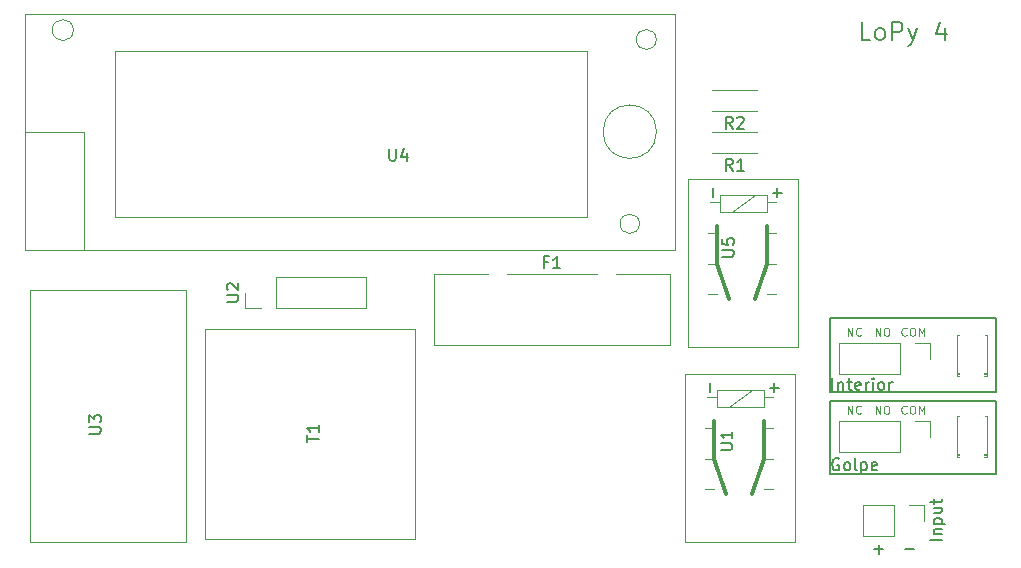
<source format=gbr>
G04 #@! TF.GenerationSoftware,KiCad,Pcbnew,(5.1.4)-1*
G04 #@! TF.CreationDate,2020-04-21T16:32:33+02:00*
G04 #@! TF.ProjectId,Placa_lopy4,506c6163-615f-46c6-9f70-79342e6b6963,rev?*
G04 #@! TF.SameCoordinates,Original*
G04 #@! TF.FileFunction,Legend,Top*
G04 #@! TF.FilePolarity,Positive*
%FSLAX46Y46*%
G04 Gerber Fmt 4.6, Leading zero omitted, Abs format (unit mm)*
G04 Created by KiCad (PCBNEW (5.1.4)-1) date 2020-04-21 16:32:33*
%MOMM*%
%LPD*%
G04 APERTURE LIST*
%ADD10C,0.200000*%
%ADD11C,0.100000*%
%ADD12C,0.150000*%
%ADD13C,0.120000*%
%ADD14C,0.360000*%
G04 APERTURE END LIST*
D10*
X172778571Y-105878571D02*
X172064285Y-105878571D01*
X172064285Y-104378571D01*
X173492857Y-105878571D02*
X173350000Y-105807142D01*
X173278571Y-105735714D01*
X173207142Y-105592857D01*
X173207142Y-105164285D01*
X173278571Y-105021428D01*
X173350000Y-104950000D01*
X173492857Y-104878571D01*
X173707142Y-104878571D01*
X173850000Y-104950000D01*
X173921428Y-105021428D01*
X173992857Y-105164285D01*
X173992857Y-105592857D01*
X173921428Y-105735714D01*
X173850000Y-105807142D01*
X173707142Y-105878571D01*
X173492857Y-105878571D01*
X174635714Y-105878571D02*
X174635714Y-104378571D01*
X175207142Y-104378571D01*
X175350000Y-104450000D01*
X175421428Y-104521428D01*
X175492857Y-104664285D01*
X175492857Y-104878571D01*
X175421428Y-105021428D01*
X175350000Y-105092857D01*
X175207142Y-105164285D01*
X174635714Y-105164285D01*
X175992857Y-104878571D02*
X176350000Y-105878571D01*
X176707142Y-104878571D02*
X176350000Y-105878571D01*
X176207142Y-106235714D01*
X176135714Y-106307142D01*
X175992857Y-106378571D01*
X179064285Y-104878571D02*
X179064285Y-105878571D01*
X178707142Y-104307142D02*
X178350000Y-105378571D01*
X179278571Y-105378571D01*
D11*
X175850000Y-130850000D02*
X175816666Y-130883333D01*
X175716666Y-130916666D01*
X175650000Y-130916666D01*
X175550000Y-130883333D01*
X175483333Y-130816666D01*
X175450000Y-130750000D01*
X175416666Y-130616666D01*
X175416666Y-130516666D01*
X175450000Y-130383333D01*
X175483333Y-130316666D01*
X175550000Y-130250000D01*
X175650000Y-130216666D01*
X175716666Y-130216666D01*
X175816666Y-130250000D01*
X175850000Y-130283333D01*
X176283333Y-130216666D02*
X176416666Y-130216666D01*
X176483333Y-130250000D01*
X176550000Y-130316666D01*
X176583333Y-130450000D01*
X176583333Y-130683333D01*
X176550000Y-130816666D01*
X176483333Y-130883333D01*
X176416666Y-130916666D01*
X176283333Y-130916666D01*
X176216666Y-130883333D01*
X176150000Y-130816666D01*
X176116666Y-130683333D01*
X176116666Y-130450000D01*
X176150000Y-130316666D01*
X176216666Y-130250000D01*
X176283333Y-130216666D01*
X176883333Y-130916666D02*
X176883333Y-130216666D01*
X177116666Y-130716666D01*
X177350000Y-130216666D01*
X177350000Y-130916666D01*
X173233333Y-130916666D02*
X173233333Y-130216666D01*
X173633333Y-130916666D01*
X173633333Y-130216666D01*
X174100000Y-130216666D02*
X174233333Y-130216666D01*
X174300000Y-130250000D01*
X174366666Y-130316666D01*
X174400000Y-130450000D01*
X174400000Y-130683333D01*
X174366666Y-130816666D01*
X174300000Y-130883333D01*
X174233333Y-130916666D01*
X174100000Y-130916666D01*
X174033333Y-130883333D01*
X173966666Y-130816666D01*
X173933333Y-130683333D01*
X173933333Y-130450000D01*
X173966666Y-130316666D01*
X174033333Y-130250000D01*
X174100000Y-130216666D01*
X170850000Y-130916666D02*
X170850000Y-130216666D01*
X171250000Y-130916666D01*
X171250000Y-130216666D01*
X171983333Y-130850000D02*
X171950000Y-130883333D01*
X171850000Y-130916666D01*
X171783333Y-130916666D01*
X171683333Y-130883333D01*
X171616666Y-130816666D01*
X171583333Y-130750000D01*
X171550000Y-130616666D01*
X171550000Y-130516666D01*
X171583333Y-130383333D01*
X171616666Y-130316666D01*
X171683333Y-130250000D01*
X171783333Y-130216666D01*
X171850000Y-130216666D01*
X171950000Y-130250000D01*
X171983333Y-130283333D01*
X170850000Y-137516666D02*
X170850000Y-136816666D01*
X171250000Y-137516666D01*
X171250000Y-136816666D01*
X171983333Y-137450000D02*
X171950000Y-137483333D01*
X171850000Y-137516666D01*
X171783333Y-137516666D01*
X171683333Y-137483333D01*
X171616666Y-137416666D01*
X171583333Y-137350000D01*
X171550000Y-137216666D01*
X171550000Y-137116666D01*
X171583333Y-136983333D01*
X171616666Y-136916666D01*
X171683333Y-136850000D01*
X171783333Y-136816666D01*
X171850000Y-136816666D01*
X171950000Y-136850000D01*
X171983333Y-136883333D01*
X173233333Y-137516666D02*
X173233333Y-136816666D01*
X173633333Y-137516666D01*
X173633333Y-136816666D01*
X174100000Y-136816666D02*
X174233333Y-136816666D01*
X174300000Y-136850000D01*
X174366666Y-136916666D01*
X174400000Y-137050000D01*
X174400000Y-137283333D01*
X174366666Y-137416666D01*
X174300000Y-137483333D01*
X174233333Y-137516666D01*
X174100000Y-137516666D01*
X174033333Y-137483333D01*
X173966666Y-137416666D01*
X173933333Y-137283333D01*
X173933333Y-137050000D01*
X173966666Y-136916666D01*
X174033333Y-136850000D01*
X174100000Y-136816666D01*
X175850000Y-137450000D02*
X175816666Y-137483333D01*
X175716666Y-137516666D01*
X175650000Y-137516666D01*
X175550000Y-137483333D01*
X175483333Y-137416666D01*
X175450000Y-137350000D01*
X175416666Y-137216666D01*
X175416666Y-137116666D01*
X175450000Y-136983333D01*
X175483333Y-136916666D01*
X175550000Y-136850000D01*
X175650000Y-136816666D01*
X175716666Y-136816666D01*
X175816666Y-136850000D01*
X175850000Y-136883333D01*
X176283333Y-136816666D02*
X176416666Y-136816666D01*
X176483333Y-136850000D01*
X176550000Y-136916666D01*
X176583333Y-137050000D01*
X176583333Y-137283333D01*
X176550000Y-137416666D01*
X176483333Y-137483333D01*
X176416666Y-137516666D01*
X176283333Y-137516666D01*
X176216666Y-137483333D01*
X176150000Y-137416666D01*
X176116666Y-137283333D01*
X176116666Y-137050000D01*
X176150000Y-136916666D01*
X176216666Y-136850000D01*
X176283333Y-136816666D01*
X176883333Y-137516666D02*
X176883333Y-136816666D01*
X177116666Y-137316666D01*
X177350000Y-136816666D01*
X177350000Y-137516666D01*
D12*
X169573809Y-135502380D02*
X169573809Y-134502380D01*
X170050000Y-134835714D02*
X170050000Y-135502380D01*
X170050000Y-134930952D02*
X170097619Y-134883333D01*
X170192857Y-134835714D01*
X170335714Y-134835714D01*
X170430952Y-134883333D01*
X170478571Y-134978571D01*
X170478571Y-135502380D01*
X170811904Y-134835714D02*
X171192857Y-134835714D01*
X170954761Y-134502380D02*
X170954761Y-135359523D01*
X171002380Y-135454761D01*
X171097619Y-135502380D01*
X171192857Y-135502380D01*
X171907142Y-135454761D02*
X171811904Y-135502380D01*
X171621428Y-135502380D01*
X171526190Y-135454761D01*
X171478571Y-135359523D01*
X171478571Y-134978571D01*
X171526190Y-134883333D01*
X171621428Y-134835714D01*
X171811904Y-134835714D01*
X171907142Y-134883333D01*
X171954761Y-134978571D01*
X171954761Y-135073809D01*
X171478571Y-135169047D01*
X172383333Y-135502380D02*
X172383333Y-134835714D01*
X172383333Y-135026190D02*
X172430952Y-134930952D01*
X172478571Y-134883333D01*
X172573809Y-134835714D01*
X172669047Y-134835714D01*
X173002380Y-135502380D02*
X173002380Y-134835714D01*
X173002380Y-134502380D02*
X172954761Y-134550000D01*
X173002380Y-134597619D01*
X173050000Y-134550000D01*
X173002380Y-134502380D01*
X173002380Y-134597619D01*
X173621428Y-135502380D02*
X173526190Y-135454761D01*
X173478571Y-135407142D01*
X173430952Y-135311904D01*
X173430952Y-135026190D01*
X173478571Y-134930952D01*
X173526190Y-134883333D01*
X173621428Y-134835714D01*
X173764285Y-134835714D01*
X173859523Y-134883333D01*
X173907142Y-134930952D01*
X173954761Y-135026190D01*
X173954761Y-135311904D01*
X173907142Y-135407142D01*
X173859523Y-135454761D01*
X173764285Y-135502380D01*
X173621428Y-135502380D01*
X174383333Y-135502380D02*
X174383333Y-134835714D01*
X174383333Y-135026190D02*
X174430952Y-134930952D01*
X174478571Y-134883333D01*
X174573809Y-134835714D01*
X174669047Y-134835714D01*
X169350000Y-135700000D02*
X183450000Y-135700000D01*
X183450000Y-129400000D02*
X169350000Y-129400000D01*
X169350000Y-129400000D02*
X169350000Y-135700000D01*
X183450000Y-135700000D02*
X183450000Y-129400000D01*
X170116666Y-141350000D02*
X170021428Y-141302380D01*
X169878571Y-141302380D01*
X169735714Y-141350000D01*
X169640476Y-141445238D01*
X169592857Y-141540476D01*
X169545238Y-141730952D01*
X169545238Y-141873809D01*
X169592857Y-142064285D01*
X169640476Y-142159523D01*
X169735714Y-142254761D01*
X169878571Y-142302380D01*
X169973809Y-142302380D01*
X170116666Y-142254761D01*
X170164285Y-142207142D01*
X170164285Y-141873809D01*
X169973809Y-141873809D01*
X170735714Y-142302380D02*
X170640476Y-142254761D01*
X170592857Y-142207142D01*
X170545238Y-142111904D01*
X170545238Y-141826190D01*
X170592857Y-141730952D01*
X170640476Y-141683333D01*
X170735714Y-141635714D01*
X170878571Y-141635714D01*
X170973809Y-141683333D01*
X171021428Y-141730952D01*
X171069047Y-141826190D01*
X171069047Y-142111904D01*
X171021428Y-142207142D01*
X170973809Y-142254761D01*
X170878571Y-142302380D01*
X170735714Y-142302380D01*
X171640476Y-142302380D02*
X171545238Y-142254761D01*
X171497619Y-142159523D01*
X171497619Y-141302380D01*
X172021428Y-141635714D02*
X172021428Y-142635714D01*
X172021428Y-141683333D02*
X172116666Y-141635714D01*
X172307142Y-141635714D01*
X172402380Y-141683333D01*
X172450000Y-141730952D01*
X172497619Y-141826190D01*
X172497619Y-142111904D01*
X172450000Y-142207142D01*
X172402380Y-142254761D01*
X172307142Y-142302380D01*
X172116666Y-142302380D01*
X172021428Y-142254761D01*
X173307142Y-142254761D02*
X173211904Y-142302380D01*
X173021428Y-142302380D01*
X172926190Y-142254761D01*
X172878571Y-142159523D01*
X172878571Y-141778571D01*
X172926190Y-141683333D01*
X173021428Y-141635714D01*
X173211904Y-141635714D01*
X173307142Y-141683333D01*
X173354761Y-141778571D01*
X173354761Y-141873809D01*
X172878571Y-141969047D01*
X169350000Y-142600000D02*
X183450000Y-142600000D01*
X169350000Y-136400000D02*
X169350000Y-142600000D01*
X183450000Y-136400000D02*
X169350000Y-136400000D01*
X183450000Y-142600000D02*
X183450000Y-136400000D01*
X175719047Y-148971428D02*
X176480952Y-148971428D01*
X173119047Y-148971428D02*
X173880952Y-148971428D01*
X173500000Y-149352380D02*
X173500000Y-148590476D01*
D13*
X119828000Y-128584000D02*
X119828000Y-127254000D01*
X121158000Y-128584000D02*
X119828000Y-128584000D01*
X122428000Y-128584000D02*
X122428000Y-125924000D01*
X122428000Y-125924000D02*
X130108000Y-125924000D01*
X122428000Y-128584000D02*
X130108000Y-128584000D01*
X130108000Y-128584000D02*
X130108000Y-125924000D01*
D14*
X159824000Y-124802000D02*
X160824000Y-127802000D01*
X159824000Y-121602000D02*
X159824000Y-124802000D01*
D13*
X159824000Y-122202000D02*
X159024000Y-122202000D01*
X159824000Y-124802000D02*
X159024000Y-124802000D01*
X159824000Y-127402000D02*
X159024000Y-127402000D01*
X164024000Y-127402000D02*
X164824000Y-127402000D01*
X164024000Y-124802000D02*
X164824000Y-124802000D01*
X164024000Y-122202000D02*
X164824000Y-122202000D01*
D14*
X164024000Y-124802000D02*
X163024000Y-127802000D01*
X164024000Y-121602000D02*
X164024000Y-124802000D01*
D13*
X160024000Y-119602000D02*
X159224000Y-119602000D01*
X164024000Y-119602000D02*
X164824000Y-119602000D01*
X163024000Y-119002000D02*
X161024000Y-120402000D01*
X164024000Y-119002000D02*
X164024000Y-119202000D01*
X160024000Y-119002000D02*
X164024000Y-119002000D01*
X160024000Y-120402000D02*
X160024000Y-119002000D01*
X164024000Y-120402000D02*
X160024000Y-120402000D01*
X164024000Y-119202000D02*
X164024000Y-120402000D01*
X157324000Y-117602000D02*
X166624000Y-117602000D01*
X157324000Y-131902000D02*
X157324000Y-117602000D01*
X166624000Y-131902000D02*
X157324000Y-131902000D01*
X166624000Y-117602000D02*
X166624000Y-131902000D01*
X108810000Y-106832000D02*
X148810000Y-106832000D01*
X108810000Y-120832000D02*
X108810000Y-106832000D01*
X148810000Y-120832000D02*
X108810000Y-120832000D01*
X148810000Y-106832000D02*
X148810000Y-120832000D01*
X105304427Y-105032000D02*
G75*
G03X105304427Y-105032000I-894427J0D01*
G01*
X154658528Y-105832000D02*
G75*
G03X154658528Y-105832000I-848528J0D01*
G01*
X153234621Y-121432000D02*
G75*
G03X153234621Y-121432000I-824621J0D01*
G01*
X154672742Y-113632000D02*
G75*
G03X154672742Y-113632000I-2262742J0D01*
G01*
X106210000Y-113632000D02*
X101210000Y-113632000D01*
X106210000Y-123632000D02*
X106210000Y-113632000D01*
X156210000Y-103632000D02*
X101210000Y-103632000D01*
X101210000Y-103632000D02*
X101210000Y-123632000D01*
X156210000Y-123632000D02*
X101210000Y-123632000D01*
X156210000Y-103632000D02*
X156210000Y-123632000D01*
X101608000Y-127000000D02*
X114808000Y-127000000D01*
X101608000Y-148400000D02*
X101608000Y-127000000D01*
X114808000Y-148400000D02*
X101608000Y-148400000D01*
X114808000Y-127000000D02*
X114808000Y-148400000D01*
D14*
X159570000Y-141312000D02*
X160570000Y-144312000D01*
X159570000Y-138112000D02*
X159570000Y-141312000D01*
D13*
X159570000Y-138712000D02*
X158770000Y-138712000D01*
X159570000Y-141312000D02*
X158770000Y-141312000D01*
X159570000Y-143912000D02*
X158770000Y-143912000D01*
X163770000Y-143912000D02*
X164570000Y-143912000D01*
X163770000Y-141312000D02*
X164570000Y-141312000D01*
X163770000Y-138712000D02*
X164570000Y-138712000D01*
D14*
X163770000Y-141312000D02*
X162770000Y-144312000D01*
X163770000Y-138112000D02*
X163770000Y-141312000D01*
D13*
X159770000Y-136112000D02*
X158970000Y-136112000D01*
X163770000Y-136112000D02*
X164570000Y-136112000D01*
X162770000Y-135512000D02*
X160770000Y-136912000D01*
X163770000Y-135512000D02*
X163770000Y-135712000D01*
X159770000Y-135512000D02*
X163770000Y-135512000D01*
X159770000Y-136912000D02*
X159770000Y-135512000D01*
X163770000Y-136912000D02*
X159770000Y-136912000D01*
X163770000Y-135712000D02*
X163770000Y-136912000D01*
X157070000Y-134112000D02*
X166370000Y-134112000D01*
X157070000Y-148412000D02*
X157070000Y-134112000D01*
X166370000Y-148412000D02*
X157070000Y-148412000D01*
X166370000Y-134112000D02*
X166370000Y-148412000D01*
X116432000Y-148138000D02*
X134232000Y-148138000D01*
X116432000Y-130338000D02*
X116432000Y-148138000D01*
X134232000Y-130338000D02*
X116432000Y-130338000D01*
X134232000Y-130338000D02*
X134232000Y-148138000D01*
X163210000Y-110078000D02*
X159370000Y-110078000D01*
X163210000Y-111918000D02*
X159370000Y-111918000D01*
X163210000Y-113634000D02*
X159370000Y-113634000D01*
X163210000Y-115474000D02*
X159370000Y-115474000D01*
X177860000Y-131512000D02*
X177860000Y-132842000D01*
X176530000Y-131512000D02*
X177860000Y-131512000D01*
X175260000Y-131512000D02*
X175260000Y-134172000D01*
X175260000Y-134172000D02*
X170120000Y-134172000D01*
X175260000Y-131512000D02*
X170120000Y-131512000D01*
X170120000Y-131512000D02*
X170120000Y-134172000D01*
X177860000Y-138116000D02*
X177860000Y-139446000D01*
X176530000Y-138116000D02*
X177860000Y-138116000D01*
X175260000Y-138116000D02*
X175260000Y-140776000D01*
X175260000Y-140776000D02*
X170120000Y-140776000D01*
X175260000Y-138116000D02*
X170120000Y-138116000D01*
X170120000Y-138116000D02*
X170120000Y-140776000D01*
X177352000Y-145228000D02*
X177352000Y-146558000D01*
X176022000Y-145228000D02*
X177352000Y-145228000D01*
X174752000Y-145228000D02*
X174752000Y-147888000D01*
X174752000Y-147888000D02*
X172152000Y-147888000D01*
X174752000Y-145228000D02*
X172152000Y-145228000D01*
X172152000Y-145228000D02*
X172152000Y-147888000D01*
X151244000Y-125708000D02*
X155824000Y-125708000D01*
X142034000Y-125708000D02*
X149604000Y-125708000D01*
X135824000Y-131708000D02*
X135824000Y-125708000D01*
X155824000Y-131708000D02*
X135824000Y-131708000D01*
X155824000Y-125708000D02*
X155824000Y-131708000D01*
X135824000Y-125708000D02*
X140414000Y-125708000D01*
X182436000Y-134058000D02*
X182616000Y-134058000D01*
X180096000Y-134058000D02*
X180276000Y-134058000D01*
X182436000Y-134178000D02*
X182616000Y-134178000D01*
X180096000Y-134178000D02*
X180276000Y-134178000D01*
X182451000Y-130878000D02*
X182616000Y-130878000D01*
X180096000Y-130878000D02*
X180261000Y-130878000D01*
X182436000Y-134298000D02*
X182616000Y-134298000D01*
X180096000Y-134298000D02*
X180276000Y-134298000D01*
X182616000Y-134298000D02*
X182616000Y-130878000D01*
X180096000Y-134298000D02*
X180096000Y-130878000D01*
X182436000Y-140916000D02*
X182616000Y-140916000D01*
X180096000Y-140916000D02*
X180276000Y-140916000D01*
X182436000Y-141036000D02*
X182616000Y-141036000D01*
X180096000Y-141036000D02*
X180276000Y-141036000D01*
X182451000Y-137736000D02*
X182616000Y-137736000D01*
X180096000Y-137736000D02*
X180261000Y-137736000D01*
X182436000Y-141156000D02*
X182616000Y-141156000D01*
X180096000Y-141156000D02*
X180276000Y-141156000D01*
X182616000Y-141156000D02*
X182616000Y-137736000D01*
X180096000Y-141156000D02*
X180096000Y-137736000D01*
D12*
X118280380Y-128015904D02*
X119089904Y-128015904D01*
X119185142Y-127968285D01*
X119232761Y-127920666D01*
X119280380Y-127825428D01*
X119280380Y-127634952D01*
X119232761Y-127539714D01*
X119185142Y-127492095D01*
X119089904Y-127444476D01*
X118280380Y-127444476D01*
X118375619Y-127015904D02*
X118328000Y-126968285D01*
X118280380Y-126873047D01*
X118280380Y-126634952D01*
X118328000Y-126539714D01*
X118375619Y-126492095D01*
X118470857Y-126444476D01*
X118566095Y-126444476D01*
X118708952Y-126492095D01*
X119280380Y-127063523D01*
X119280380Y-126444476D01*
X160234380Y-124205904D02*
X161043904Y-124205904D01*
X161139142Y-124158285D01*
X161186761Y-124110666D01*
X161234380Y-124015428D01*
X161234380Y-123824952D01*
X161186761Y-123729714D01*
X161139142Y-123682095D01*
X161043904Y-123634476D01*
X160234380Y-123634476D01*
X160234380Y-122682095D02*
X160234380Y-123158285D01*
X160710571Y-123205904D01*
X160662952Y-123158285D01*
X160615333Y-123063047D01*
X160615333Y-122824952D01*
X160662952Y-122729714D01*
X160710571Y-122682095D01*
X160805809Y-122634476D01*
X161043904Y-122634476D01*
X161139142Y-122682095D01*
X161186761Y-122729714D01*
X161234380Y-122824952D01*
X161234380Y-123063047D01*
X161186761Y-123158285D01*
X161139142Y-123205904D01*
X159495428Y-119182952D02*
X159495428Y-118421047D01*
X164895428Y-119182952D02*
X164895428Y-118421047D01*
X165276380Y-118802000D02*
X164514476Y-118802000D01*
X132048095Y-115084380D02*
X132048095Y-115893904D01*
X132095714Y-115989142D01*
X132143333Y-116036761D01*
X132238571Y-116084380D01*
X132429047Y-116084380D01*
X132524285Y-116036761D01*
X132571904Y-115989142D01*
X132619523Y-115893904D01*
X132619523Y-115084380D01*
X133524285Y-115417714D02*
X133524285Y-116084380D01*
X133286190Y-115036761D02*
X133048095Y-115751047D01*
X133667142Y-115751047D01*
X106640380Y-139191904D02*
X107449904Y-139191904D01*
X107545142Y-139144285D01*
X107592761Y-139096666D01*
X107640380Y-139001428D01*
X107640380Y-138810952D01*
X107592761Y-138715714D01*
X107545142Y-138668095D01*
X107449904Y-138620476D01*
X106640380Y-138620476D01*
X106640380Y-138239523D02*
X106640380Y-137620476D01*
X107021333Y-137953809D01*
X107021333Y-137810952D01*
X107068952Y-137715714D01*
X107116571Y-137668095D01*
X107211809Y-137620476D01*
X107449904Y-137620476D01*
X107545142Y-137668095D01*
X107592761Y-137715714D01*
X107640380Y-137810952D01*
X107640380Y-138096666D01*
X107592761Y-138191904D01*
X107545142Y-138239523D01*
X160107380Y-140588904D02*
X160916904Y-140588904D01*
X161012142Y-140541285D01*
X161059761Y-140493666D01*
X161107380Y-140398428D01*
X161107380Y-140207952D01*
X161059761Y-140112714D01*
X161012142Y-140065095D01*
X160916904Y-140017476D01*
X160107380Y-140017476D01*
X161107380Y-139017476D02*
X161107380Y-139588904D01*
X161107380Y-139303190D02*
X160107380Y-139303190D01*
X160250238Y-139398428D01*
X160345476Y-139493666D01*
X160393095Y-139588904D01*
X159241428Y-135692952D02*
X159241428Y-134931047D01*
X164641428Y-135692952D02*
X164641428Y-134931047D01*
X165022380Y-135312000D02*
X164260476Y-135312000D01*
X125084380Y-139899904D02*
X125084380Y-139328476D01*
X126084380Y-139614190D02*
X125084380Y-139614190D01*
X126084380Y-138471333D02*
X126084380Y-139042761D01*
X126084380Y-138757047D02*
X125084380Y-138757047D01*
X125227238Y-138852285D01*
X125322476Y-138947523D01*
X125370095Y-139042761D01*
X161123333Y-113370380D02*
X160790000Y-112894190D01*
X160551904Y-113370380D02*
X160551904Y-112370380D01*
X160932857Y-112370380D01*
X161028095Y-112418000D01*
X161075714Y-112465619D01*
X161123333Y-112560857D01*
X161123333Y-112703714D01*
X161075714Y-112798952D01*
X161028095Y-112846571D01*
X160932857Y-112894190D01*
X160551904Y-112894190D01*
X161504285Y-112465619D02*
X161551904Y-112418000D01*
X161647142Y-112370380D01*
X161885238Y-112370380D01*
X161980476Y-112418000D01*
X162028095Y-112465619D01*
X162075714Y-112560857D01*
X162075714Y-112656095D01*
X162028095Y-112798952D01*
X161456666Y-113370380D01*
X162075714Y-113370380D01*
X161123333Y-116926380D02*
X160790000Y-116450190D01*
X160551904Y-116926380D02*
X160551904Y-115926380D01*
X160932857Y-115926380D01*
X161028095Y-115974000D01*
X161075714Y-116021619D01*
X161123333Y-116116857D01*
X161123333Y-116259714D01*
X161075714Y-116354952D01*
X161028095Y-116402571D01*
X160932857Y-116450190D01*
X160551904Y-116450190D01*
X162075714Y-116926380D02*
X161504285Y-116926380D01*
X161790000Y-116926380D02*
X161790000Y-115926380D01*
X161694761Y-116069238D01*
X161599523Y-116164476D01*
X161504285Y-116212095D01*
X178804380Y-148200857D02*
X177804380Y-148200857D01*
X178137714Y-147724666D02*
X178804380Y-147724666D01*
X178232952Y-147724666D02*
X178185333Y-147677047D01*
X178137714Y-147581809D01*
X178137714Y-147438952D01*
X178185333Y-147343714D01*
X178280571Y-147296095D01*
X178804380Y-147296095D01*
X178137714Y-146819904D02*
X179137714Y-146819904D01*
X178185333Y-146819904D02*
X178137714Y-146724666D01*
X178137714Y-146534190D01*
X178185333Y-146438952D01*
X178232952Y-146391333D01*
X178328190Y-146343714D01*
X178613904Y-146343714D01*
X178709142Y-146391333D01*
X178756761Y-146438952D01*
X178804380Y-146534190D01*
X178804380Y-146724666D01*
X178756761Y-146819904D01*
X178137714Y-145486571D02*
X178804380Y-145486571D01*
X178137714Y-145915142D02*
X178661523Y-145915142D01*
X178756761Y-145867523D01*
X178804380Y-145772285D01*
X178804380Y-145629428D01*
X178756761Y-145534190D01*
X178709142Y-145486571D01*
X178137714Y-145153238D02*
X178137714Y-144772285D01*
X177804380Y-145010380D02*
X178661523Y-145010380D01*
X178756761Y-144962761D01*
X178804380Y-144867523D01*
X178804380Y-144772285D01*
X145460666Y-124656571D02*
X145127333Y-124656571D01*
X145127333Y-125180380D02*
X145127333Y-124180380D01*
X145603523Y-124180380D01*
X146508285Y-125180380D02*
X145936857Y-125180380D01*
X146222571Y-125180380D02*
X146222571Y-124180380D01*
X146127333Y-124323238D01*
X146032095Y-124418476D01*
X145936857Y-124466095D01*
M02*

</source>
